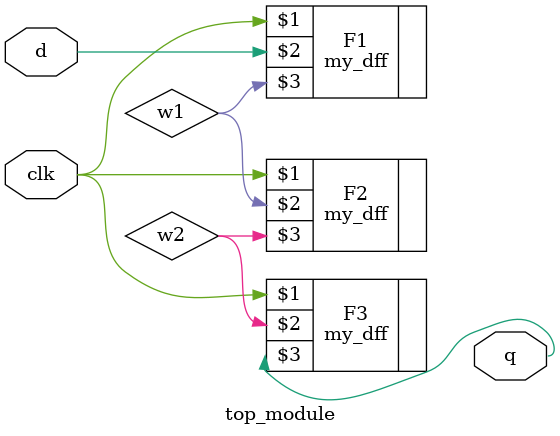
<source format=v>
module top_module ( input clk, input d, output q );

    wire w1,w2;
    my_dff F1(clk,d,w1);
    my_dff F2(clk,w1,w2);
    my_dff F3(clk,w2,q);
endmodule
</source>
